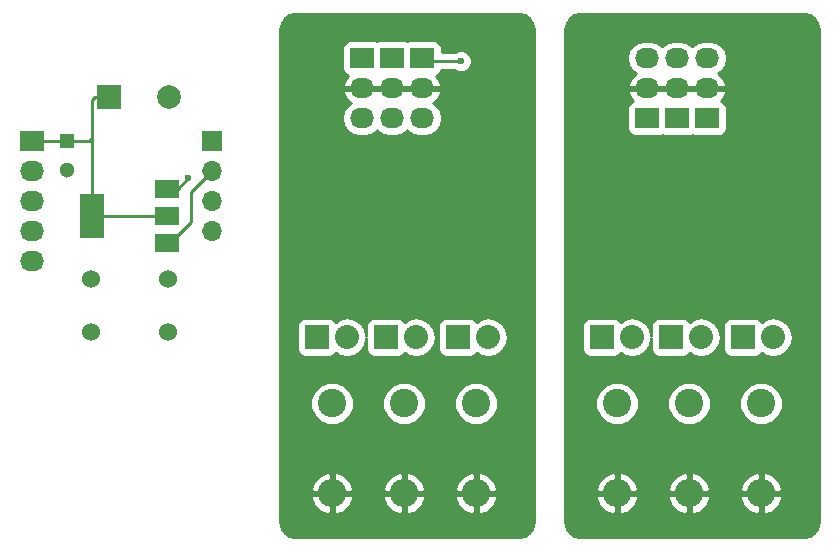
<source format=gbr>
G04 #@! TF.FileFunction,Copper,L2,Bot,Signal*
%FSLAX46Y46*%
G04 Gerber Fmt 4.6, Leading zero omitted, Abs format (unit mm)*
G04 Created by KiCad (PCBNEW 4.0.6) date Thursday, July 20, 2017 'AMt' 10:41:19 AM*
%MOMM*%
%LPD*%
G01*
G04 APERTURE LIST*
%ADD10C,0.100000*%
%ADD11C,2.400000*%
%ADD12O,2.400000X2.400000*%
%ADD13R,2.032000X2.032000*%
%ADD14O,2.032000X2.032000*%
%ADD15R,2.032000X1.727200*%
%ADD16O,2.032000X1.727200*%
%ADD17R,2.000000X2.000000*%
%ADD18C,2.000000*%
%ADD19R,1.300000X1.300000*%
%ADD20C,1.300000*%
%ADD21R,1.700000X1.700000*%
%ADD22O,1.700000X1.700000*%
%ADD23R,2.000000X3.800000*%
%ADD24R,2.000000X1.500000*%
%ADD25C,1.524000*%
%ADD26C,0.600000*%
%ADD27C,0.250000*%
%ADD28C,0.254000*%
G04 APERTURE END LIST*
D10*
D11*
X190220600Y-129692400D03*
D12*
X190220600Y-137312400D03*
D11*
X196316600Y-129692400D03*
D12*
X196316600Y-137312400D03*
D13*
X194792600Y-124104400D03*
D14*
X197332600Y-124104400D03*
D11*
X202412600Y-129692400D03*
D12*
X202412600Y-137312400D03*
D13*
X200888600Y-124104400D03*
D14*
X203428600Y-124104400D03*
D15*
X197840600Y-105562400D03*
D16*
X197840600Y-103022400D03*
X197840600Y-100482400D03*
D15*
X192760600Y-105562400D03*
D16*
X192760600Y-103022400D03*
X192760600Y-100482400D03*
D15*
X195300600Y-105562400D03*
D16*
X195300600Y-103022400D03*
X195300600Y-100482400D03*
D13*
X188950600Y-124104400D03*
D14*
X191490600Y-124104400D03*
D17*
X147247600Y-103784400D03*
D18*
X152247600Y-103784400D03*
D19*
X143611600Y-107467400D03*
D20*
X143611600Y-109967400D03*
D21*
X155930600Y-107467400D03*
D22*
X155930600Y-110007400D03*
X155930600Y-112547400D03*
X155930600Y-115087400D03*
D23*
X145795600Y-113817400D03*
D24*
X152095600Y-113817400D03*
X152095600Y-116117400D03*
X152095600Y-111517400D03*
D13*
X164820600Y-124104400D03*
D14*
X167360600Y-124104400D03*
D13*
X170662600Y-124104400D03*
D14*
X173202600Y-124104400D03*
D13*
X176758600Y-124104400D03*
D14*
X179298600Y-124104400D03*
D15*
X168630600Y-100482400D03*
D16*
X168630600Y-103022400D03*
X168630600Y-105562400D03*
D15*
X171170600Y-100482400D03*
D16*
X171170600Y-103022400D03*
X171170600Y-105562400D03*
D15*
X173710600Y-100482400D03*
D16*
X173710600Y-103022400D03*
X173710600Y-105562400D03*
D11*
X166090600Y-129692400D03*
D12*
X166090600Y-137312400D03*
D11*
X172186600Y-129692400D03*
D12*
X172186600Y-137312400D03*
D11*
X178282600Y-129692400D03*
D12*
X178282600Y-137312400D03*
D15*
X140690600Y-107467400D03*
D16*
X140690600Y-110007400D03*
X140690600Y-112547400D03*
X140690600Y-115087400D03*
X140690600Y-117627400D03*
D25*
X145695600Y-119187400D03*
X145695600Y-123687400D03*
X152195600Y-123687400D03*
X152195600Y-119187400D03*
D26*
X153898600Y-110642400D03*
X177012600Y-100736400D03*
D27*
X143611600Y-107467400D02*
X142711600Y-107467400D01*
X142711600Y-107467400D02*
X140690600Y-107467400D01*
X145795600Y-107213400D02*
X145795600Y-103986400D01*
X145541600Y-107467400D02*
X143611600Y-107467400D01*
X145795600Y-113817400D02*
X145795600Y-107213400D01*
X145795600Y-107213400D02*
X145541600Y-107467400D01*
X145795600Y-103986400D02*
X145997600Y-103784400D01*
X145997600Y-103784400D02*
X147247600Y-103784400D01*
X152095600Y-113817400D02*
X145795600Y-113817400D01*
X152095600Y-111517400D02*
X153023600Y-111517400D01*
X153023600Y-111517400D02*
X153898600Y-110642400D01*
X198094600Y-100736400D02*
X197840600Y-100482400D01*
X177012600Y-100736400D02*
X173964600Y-100736400D01*
X173964600Y-100736400D02*
X173710600Y-100482400D01*
X155930600Y-110007400D02*
X154152600Y-111785400D01*
X154152600Y-111785400D02*
X154152600Y-114310400D01*
X154152600Y-114310400D02*
X152345600Y-116117400D01*
X152345600Y-116117400D02*
X152095600Y-116117400D01*
D28*
G36*
X182417584Y-96851215D02*
X182800757Y-97107244D01*
X183056785Y-97490415D01*
X183160600Y-98012331D01*
X183160600Y-139782469D01*
X183056785Y-140304385D01*
X182800757Y-140687556D01*
X182417584Y-140943585D01*
X181895669Y-141047400D01*
X162985531Y-141047400D01*
X162463615Y-140943585D01*
X162080444Y-140687557D01*
X161824415Y-140304384D01*
X161720600Y-139782469D01*
X161720600Y-137724207D01*
X164302397Y-137724207D01*
X164596108Y-138377176D01*
X165117342Y-138868042D01*
X165678795Y-139100595D01*
X165963600Y-138983832D01*
X165963600Y-137439400D01*
X166217600Y-137439400D01*
X166217600Y-138983832D01*
X166502405Y-139100595D01*
X167063858Y-138868042D01*
X167585092Y-138377176D01*
X167878803Y-137724207D01*
X170398397Y-137724207D01*
X170692108Y-138377176D01*
X171213342Y-138868042D01*
X171774795Y-139100595D01*
X172059600Y-138983832D01*
X172059600Y-137439400D01*
X172313600Y-137439400D01*
X172313600Y-138983832D01*
X172598405Y-139100595D01*
X173159858Y-138868042D01*
X173681092Y-138377176D01*
X173974803Y-137724207D01*
X176494397Y-137724207D01*
X176788108Y-138377176D01*
X177309342Y-138868042D01*
X177870795Y-139100595D01*
X178155600Y-138983832D01*
X178155600Y-137439400D01*
X178409600Y-137439400D01*
X178409600Y-138983832D01*
X178694405Y-139100595D01*
X179255858Y-138868042D01*
X179777092Y-138377176D01*
X180070803Y-137724207D01*
X179954458Y-137439400D01*
X178409600Y-137439400D01*
X178155600Y-137439400D01*
X176610742Y-137439400D01*
X176494397Y-137724207D01*
X173974803Y-137724207D01*
X173858458Y-137439400D01*
X172313600Y-137439400D01*
X172059600Y-137439400D01*
X170514742Y-137439400D01*
X170398397Y-137724207D01*
X167878803Y-137724207D01*
X167762458Y-137439400D01*
X166217600Y-137439400D01*
X165963600Y-137439400D01*
X164418742Y-137439400D01*
X164302397Y-137724207D01*
X161720600Y-137724207D01*
X161720600Y-136900593D01*
X164302397Y-136900593D01*
X164418742Y-137185400D01*
X165963600Y-137185400D01*
X165963600Y-135640968D01*
X166217600Y-135640968D01*
X166217600Y-137185400D01*
X167762458Y-137185400D01*
X167878803Y-136900593D01*
X170398397Y-136900593D01*
X170514742Y-137185400D01*
X172059600Y-137185400D01*
X172059600Y-135640968D01*
X172313600Y-135640968D01*
X172313600Y-137185400D01*
X173858458Y-137185400D01*
X173974803Y-136900593D01*
X176494397Y-136900593D01*
X176610742Y-137185400D01*
X178155600Y-137185400D01*
X178155600Y-135640968D01*
X178409600Y-135640968D01*
X178409600Y-137185400D01*
X179954458Y-137185400D01*
X180070803Y-136900593D01*
X179777092Y-136247624D01*
X179255858Y-135756758D01*
X178694405Y-135524205D01*
X178409600Y-135640968D01*
X178155600Y-135640968D01*
X177870795Y-135524205D01*
X177309342Y-135756758D01*
X176788108Y-136247624D01*
X176494397Y-136900593D01*
X173974803Y-136900593D01*
X173681092Y-136247624D01*
X173159858Y-135756758D01*
X172598405Y-135524205D01*
X172313600Y-135640968D01*
X172059600Y-135640968D01*
X171774795Y-135524205D01*
X171213342Y-135756758D01*
X170692108Y-136247624D01*
X170398397Y-136900593D01*
X167878803Y-136900593D01*
X167585092Y-136247624D01*
X167063858Y-135756758D01*
X166502405Y-135524205D01*
X166217600Y-135640968D01*
X165963600Y-135640968D01*
X165678795Y-135524205D01*
X165117342Y-135756758D01*
X164596108Y-136247624D01*
X164302397Y-136900593D01*
X161720600Y-136900593D01*
X161720600Y-130055803D01*
X164255282Y-130055803D01*
X164534055Y-130730486D01*
X165049799Y-131247130D01*
X165723995Y-131527081D01*
X166454003Y-131527718D01*
X167128686Y-131248945D01*
X167645330Y-130733201D01*
X167925281Y-130059005D01*
X167925283Y-130055803D01*
X170351282Y-130055803D01*
X170630055Y-130730486D01*
X171145799Y-131247130D01*
X171819995Y-131527081D01*
X172550003Y-131527718D01*
X173224686Y-131248945D01*
X173741330Y-130733201D01*
X174021281Y-130059005D01*
X174021283Y-130055803D01*
X176447282Y-130055803D01*
X176726055Y-130730486D01*
X177241799Y-131247130D01*
X177915995Y-131527081D01*
X178646003Y-131527718D01*
X179320686Y-131248945D01*
X179837330Y-130733201D01*
X180117281Y-130059005D01*
X180117918Y-129328997D01*
X179839145Y-128654314D01*
X179323401Y-128137670D01*
X178649205Y-127857719D01*
X177919197Y-127857082D01*
X177244514Y-128135855D01*
X176727870Y-128651599D01*
X176447919Y-129325795D01*
X176447282Y-130055803D01*
X174021283Y-130055803D01*
X174021918Y-129328997D01*
X173743145Y-128654314D01*
X173227401Y-128137670D01*
X172553205Y-127857719D01*
X171823197Y-127857082D01*
X171148514Y-128135855D01*
X170631870Y-128651599D01*
X170351919Y-129325795D01*
X170351282Y-130055803D01*
X167925283Y-130055803D01*
X167925918Y-129328997D01*
X167647145Y-128654314D01*
X167131401Y-128137670D01*
X166457205Y-127857719D01*
X165727197Y-127857082D01*
X165052514Y-128135855D01*
X164535870Y-128651599D01*
X164255919Y-129325795D01*
X164255282Y-130055803D01*
X161720600Y-130055803D01*
X161720600Y-123088400D01*
X163157160Y-123088400D01*
X163157160Y-125120400D01*
X163201438Y-125355717D01*
X163340510Y-125571841D01*
X163552710Y-125716831D01*
X163804600Y-125767840D01*
X165836600Y-125767840D01*
X166071917Y-125723562D01*
X166288041Y-125584490D01*
X166389798Y-125435563D01*
X166728790Y-125662070D01*
X167360600Y-125787745D01*
X167992410Y-125662070D01*
X168528033Y-125304178D01*
X168885925Y-124768555D01*
X168999160Y-124199285D01*
X168999160Y-125120400D01*
X169043438Y-125355717D01*
X169182510Y-125571841D01*
X169394710Y-125716831D01*
X169646600Y-125767840D01*
X171678600Y-125767840D01*
X171913917Y-125723562D01*
X172130041Y-125584490D01*
X172231798Y-125435563D01*
X172570790Y-125662070D01*
X173202600Y-125787745D01*
X173834410Y-125662070D01*
X174370033Y-125304178D01*
X174727925Y-124768555D01*
X174853600Y-124136745D01*
X174853600Y-124072055D01*
X174727925Y-123440245D01*
X174492830Y-123088400D01*
X175095160Y-123088400D01*
X175095160Y-125120400D01*
X175139438Y-125355717D01*
X175278510Y-125571841D01*
X175490710Y-125716831D01*
X175742600Y-125767840D01*
X177774600Y-125767840D01*
X178009917Y-125723562D01*
X178226041Y-125584490D01*
X178327798Y-125435563D01*
X178666790Y-125662070D01*
X179298600Y-125787745D01*
X179930410Y-125662070D01*
X180466033Y-125304178D01*
X180823925Y-124768555D01*
X180949600Y-124136745D01*
X180949600Y-124072055D01*
X180823925Y-123440245D01*
X180466033Y-122904622D01*
X179930410Y-122546730D01*
X179298600Y-122421055D01*
X178666790Y-122546730D01*
X178326808Y-122773899D01*
X178238690Y-122636959D01*
X178026490Y-122491969D01*
X177774600Y-122440960D01*
X175742600Y-122440960D01*
X175507283Y-122485238D01*
X175291159Y-122624310D01*
X175146169Y-122836510D01*
X175095160Y-123088400D01*
X174492830Y-123088400D01*
X174370033Y-122904622D01*
X173834410Y-122546730D01*
X173202600Y-122421055D01*
X172570790Y-122546730D01*
X172230808Y-122773899D01*
X172142690Y-122636959D01*
X171930490Y-122491969D01*
X171678600Y-122440960D01*
X169646600Y-122440960D01*
X169411283Y-122485238D01*
X169195159Y-122624310D01*
X169050169Y-122836510D01*
X168999160Y-123088400D01*
X168999160Y-124009515D01*
X168885925Y-123440245D01*
X168528033Y-122904622D01*
X167992410Y-122546730D01*
X167360600Y-122421055D01*
X166728790Y-122546730D01*
X166388808Y-122773899D01*
X166300690Y-122636959D01*
X166088490Y-122491969D01*
X165836600Y-122440960D01*
X163804600Y-122440960D01*
X163569283Y-122485238D01*
X163353159Y-122624310D01*
X163208169Y-122836510D01*
X163157160Y-123088400D01*
X161720600Y-123088400D01*
X161720600Y-105562400D01*
X166947255Y-105562400D01*
X167061329Y-106135889D01*
X167386185Y-106622070D01*
X167872366Y-106946926D01*
X168445855Y-107061000D01*
X168815345Y-107061000D01*
X169388834Y-106946926D01*
X169875015Y-106622070D01*
X169900600Y-106583779D01*
X169926185Y-106622070D01*
X170412366Y-106946926D01*
X170985855Y-107061000D01*
X171355345Y-107061000D01*
X171928834Y-106946926D01*
X172415015Y-106622070D01*
X172440600Y-106583779D01*
X172466185Y-106622070D01*
X172952366Y-106946926D01*
X173525855Y-107061000D01*
X173895345Y-107061000D01*
X174468834Y-106946926D01*
X174955015Y-106622070D01*
X175279871Y-106135889D01*
X175393945Y-105562400D01*
X175279871Y-104988911D01*
X174955015Y-104502730D01*
X174645531Y-104295939D01*
X175061332Y-103924436D01*
X175315309Y-103397191D01*
X175317958Y-103381426D01*
X175196817Y-103149400D01*
X173837600Y-103149400D01*
X173837600Y-103169400D01*
X173583600Y-103169400D01*
X173583600Y-103149400D01*
X171297600Y-103149400D01*
X171297600Y-103169400D01*
X171043600Y-103169400D01*
X171043600Y-103149400D01*
X168757600Y-103149400D01*
X168757600Y-103169400D01*
X168503600Y-103169400D01*
X168503600Y-103149400D01*
X167144383Y-103149400D01*
X167023242Y-103381426D01*
X167025891Y-103397191D01*
X167279868Y-103924436D01*
X167695669Y-104295939D01*
X167386185Y-104502730D01*
X167061329Y-104988911D01*
X166947255Y-105562400D01*
X161720600Y-105562400D01*
X161720600Y-99618800D01*
X166967160Y-99618800D01*
X166967160Y-101346000D01*
X167011438Y-101581317D01*
X167150510Y-101797441D01*
X167362710Y-101942431D01*
X167457527Y-101961632D01*
X167279868Y-102120364D01*
X167025891Y-102647609D01*
X167023242Y-102663374D01*
X167144383Y-102895400D01*
X168503600Y-102895400D01*
X168503600Y-102875400D01*
X168757600Y-102875400D01*
X168757600Y-102895400D01*
X171043600Y-102895400D01*
X171043600Y-102875400D01*
X171297600Y-102875400D01*
X171297600Y-102895400D01*
X173583600Y-102895400D01*
X173583600Y-102875400D01*
X173837600Y-102875400D01*
X173837600Y-102895400D01*
X175196817Y-102895400D01*
X175317958Y-102663374D01*
X175315309Y-102647609D01*
X175061332Y-102120364D01*
X174885755Y-101963493D01*
X174961917Y-101949162D01*
X175178041Y-101810090D01*
X175323031Y-101597890D01*
X175343583Y-101496400D01*
X176450137Y-101496400D01*
X176482273Y-101528592D01*
X176825801Y-101671238D01*
X177197767Y-101671562D01*
X177541543Y-101529517D01*
X177804792Y-101266727D01*
X177947438Y-100923199D01*
X177947762Y-100551233D01*
X177805717Y-100207457D01*
X177542927Y-99944208D01*
X177199399Y-99801562D01*
X176827433Y-99801238D01*
X176483657Y-99943283D01*
X176450482Y-99976400D01*
X175374040Y-99976400D01*
X175374040Y-99618800D01*
X175329762Y-99383483D01*
X175190690Y-99167359D01*
X174978490Y-99022369D01*
X174726600Y-98971360D01*
X172694600Y-98971360D01*
X172459283Y-99015638D01*
X172443501Y-99025793D01*
X172438490Y-99022369D01*
X172186600Y-98971360D01*
X170154600Y-98971360D01*
X169919283Y-99015638D01*
X169903501Y-99025793D01*
X169898490Y-99022369D01*
X169646600Y-98971360D01*
X167614600Y-98971360D01*
X167379283Y-99015638D01*
X167163159Y-99154710D01*
X167018169Y-99366910D01*
X166967160Y-99618800D01*
X161720600Y-99618800D01*
X161720600Y-98012331D01*
X161824415Y-97490416D01*
X162080444Y-97107243D01*
X162463615Y-96851215D01*
X162985531Y-96747400D01*
X181895669Y-96747400D01*
X182417584Y-96851215D01*
X182417584Y-96851215D01*
G37*
X182417584Y-96851215D02*
X182800757Y-97107244D01*
X183056785Y-97490415D01*
X183160600Y-98012331D01*
X183160600Y-139782469D01*
X183056785Y-140304385D01*
X182800757Y-140687556D01*
X182417584Y-140943585D01*
X181895669Y-141047400D01*
X162985531Y-141047400D01*
X162463615Y-140943585D01*
X162080444Y-140687557D01*
X161824415Y-140304384D01*
X161720600Y-139782469D01*
X161720600Y-137724207D01*
X164302397Y-137724207D01*
X164596108Y-138377176D01*
X165117342Y-138868042D01*
X165678795Y-139100595D01*
X165963600Y-138983832D01*
X165963600Y-137439400D01*
X166217600Y-137439400D01*
X166217600Y-138983832D01*
X166502405Y-139100595D01*
X167063858Y-138868042D01*
X167585092Y-138377176D01*
X167878803Y-137724207D01*
X170398397Y-137724207D01*
X170692108Y-138377176D01*
X171213342Y-138868042D01*
X171774795Y-139100595D01*
X172059600Y-138983832D01*
X172059600Y-137439400D01*
X172313600Y-137439400D01*
X172313600Y-138983832D01*
X172598405Y-139100595D01*
X173159858Y-138868042D01*
X173681092Y-138377176D01*
X173974803Y-137724207D01*
X176494397Y-137724207D01*
X176788108Y-138377176D01*
X177309342Y-138868042D01*
X177870795Y-139100595D01*
X178155600Y-138983832D01*
X178155600Y-137439400D01*
X178409600Y-137439400D01*
X178409600Y-138983832D01*
X178694405Y-139100595D01*
X179255858Y-138868042D01*
X179777092Y-138377176D01*
X180070803Y-137724207D01*
X179954458Y-137439400D01*
X178409600Y-137439400D01*
X178155600Y-137439400D01*
X176610742Y-137439400D01*
X176494397Y-137724207D01*
X173974803Y-137724207D01*
X173858458Y-137439400D01*
X172313600Y-137439400D01*
X172059600Y-137439400D01*
X170514742Y-137439400D01*
X170398397Y-137724207D01*
X167878803Y-137724207D01*
X167762458Y-137439400D01*
X166217600Y-137439400D01*
X165963600Y-137439400D01*
X164418742Y-137439400D01*
X164302397Y-137724207D01*
X161720600Y-137724207D01*
X161720600Y-136900593D01*
X164302397Y-136900593D01*
X164418742Y-137185400D01*
X165963600Y-137185400D01*
X165963600Y-135640968D01*
X166217600Y-135640968D01*
X166217600Y-137185400D01*
X167762458Y-137185400D01*
X167878803Y-136900593D01*
X170398397Y-136900593D01*
X170514742Y-137185400D01*
X172059600Y-137185400D01*
X172059600Y-135640968D01*
X172313600Y-135640968D01*
X172313600Y-137185400D01*
X173858458Y-137185400D01*
X173974803Y-136900593D01*
X176494397Y-136900593D01*
X176610742Y-137185400D01*
X178155600Y-137185400D01*
X178155600Y-135640968D01*
X178409600Y-135640968D01*
X178409600Y-137185400D01*
X179954458Y-137185400D01*
X180070803Y-136900593D01*
X179777092Y-136247624D01*
X179255858Y-135756758D01*
X178694405Y-135524205D01*
X178409600Y-135640968D01*
X178155600Y-135640968D01*
X177870795Y-135524205D01*
X177309342Y-135756758D01*
X176788108Y-136247624D01*
X176494397Y-136900593D01*
X173974803Y-136900593D01*
X173681092Y-136247624D01*
X173159858Y-135756758D01*
X172598405Y-135524205D01*
X172313600Y-135640968D01*
X172059600Y-135640968D01*
X171774795Y-135524205D01*
X171213342Y-135756758D01*
X170692108Y-136247624D01*
X170398397Y-136900593D01*
X167878803Y-136900593D01*
X167585092Y-136247624D01*
X167063858Y-135756758D01*
X166502405Y-135524205D01*
X166217600Y-135640968D01*
X165963600Y-135640968D01*
X165678795Y-135524205D01*
X165117342Y-135756758D01*
X164596108Y-136247624D01*
X164302397Y-136900593D01*
X161720600Y-136900593D01*
X161720600Y-130055803D01*
X164255282Y-130055803D01*
X164534055Y-130730486D01*
X165049799Y-131247130D01*
X165723995Y-131527081D01*
X166454003Y-131527718D01*
X167128686Y-131248945D01*
X167645330Y-130733201D01*
X167925281Y-130059005D01*
X167925283Y-130055803D01*
X170351282Y-130055803D01*
X170630055Y-130730486D01*
X171145799Y-131247130D01*
X171819995Y-131527081D01*
X172550003Y-131527718D01*
X173224686Y-131248945D01*
X173741330Y-130733201D01*
X174021281Y-130059005D01*
X174021283Y-130055803D01*
X176447282Y-130055803D01*
X176726055Y-130730486D01*
X177241799Y-131247130D01*
X177915995Y-131527081D01*
X178646003Y-131527718D01*
X179320686Y-131248945D01*
X179837330Y-130733201D01*
X180117281Y-130059005D01*
X180117918Y-129328997D01*
X179839145Y-128654314D01*
X179323401Y-128137670D01*
X178649205Y-127857719D01*
X177919197Y-127857082D01*
X177244514Y-128135855D01*
X176727870Y-128651599D01*
X176447919Y-129325795D01*
X176447282Y-130055803D01*
X174021283Y-130055803D01*
X174021918Y-129328997D01*
X173743145Y-128654314D01*
X173227401Y-128137670D01*
X172553205Y-127857719D01*
X171823197Y-127857082D01*
X171148514Y-128135855D01*
X170631870Y-128651599D01*
X170351919Y-129325795D01*
X170351282Y-130055803D01*
X167925283Y-130055803D01*
X167925918Y-129328997D01*
X167647145Y-128654314D01*
X167131401Y-128137670D01*
X166457205Y-127857719D01*
X165727197Y-127857082D01*
X165052514Y-128135855D01*
X164535870Y-128651599D01*
X164255919Y-129325795D01*
X164255282Y-130055803D01*
X161720600Y-130055803D01*
X161720600Y-123088400D01*
X163157160Y-123088400D01*
X163157160Y-125120400D01*
X163201438Y-125355717D01*
X163340510Y-125571841D01*
X163552710Y-125716831D01*
X163804600Y-125767840D01*
X165836600Y-125767840D01*
X166071917Y-125723562D01*
X166288041Y-125584490D01*
X166389798Y-125435563D01*
X166728790Y-125662070D01*
X167360600Y-125787745D01*
X167992410Y-125662070D01*
X168528033Y-125304178D01*
X168885925Y-124768555D01*
X168999160Y-124199285D01*
X168999160Y-125120400D01*
X169043438Y-125355717D01*
X169182510Y-125571841D01*
X169394710Y-125716831D01*
X169646600Y-125767840D01*
X171678600Y-125767840D01*
X171913917Y-125723562D01*
X172130041Y-125584490D01*
X172231798Y-125435563D01*
X172570790Y-125662070D01*
X173202600Y-125787745D01*
X173834410Y-125662070D01*
X174370033Y-125304178D01*
X174727925Y-124768555D01*
X174853600Y-124136745D01*
X174853600Y-124072055D01*
X174727925Y-123440245D01*
X174492830Y-123088400D01*
X175095160Y-123088400D01*
X175095160Y-125120400D01*
X175139438Y-125355717D01*
X175278510Y-125571841D01*
X175490710Y-125716831D01*
X175742600Y-125767840D01*
X177774600Y-125767840D01*
X178009917Y-125723562D01*
X178226041Y-125584490D01*
X178327798Y-125435563D01*
X178666790Y-125662070D01*
X179298600Y-125787745D01*
X179930410Y-125662070D01*
X180466033Y-125304178D01*
X180823925Y-124768555D01*
X180949600Y-124136745D01*
X180949600Y-124072055D01*
X180823925Y-123440245D01*
X180466033Y-122904622D01*
X179930410Y-122546730D01*
X179298600Y-122421055D01*
X178666790Y-122546730D01*
X178326808Y-122773899D01*
X178238690Y-122636959D01*
X178026490Y-122491969D01*
X177774600Y-122440960D01*
X175742600Y-122440960D01*
X175507283Y-122485238D01*
X175291159Y-122624310D01*
X175146169Y-122836510D01*
X175095160Y-123088400D01*
X174492830Y-123088400D01*
X174370033Y-122904622D01*
X173834410Y-122546730D01*
X173202600Y-122421055D01*
X172570790Y-122546730D01*
X172230808Y-122773899D01*
X172142690Y-122636959D01*
X171930490Y-122491969D01*
X171678600Y-122440960D01*
X169646600Y-122440960D01*
X169411283Y-122485238D01*
X169195159Y-122624310D01*
X169050169Y-122836510D01*
X168999160Y-123088400D01*
X168999160Y-124009515D01*
X168885925Y-123440245D01*
X168528033Y-122904622D01*
X167992410Y-122546730D01*
X167360600Y-122421055D01*
X166728790Y-122546730D01*
X166388808Y-122773899D01*
X166300690Y-122636959D01*
X166088490Y-122491969D01*
X165836600Y-122440960D01*
X163804600Y-122440960D01*
X163569283Y-122485238D01*
X163353159Y-122624310D01*
X163208169Y-122836510D01*
X163157160Y-123088400D01*
X161720600Y-123088400D01*
X161720600Y-105562400D01*
X166947255Y-105562400D01*
X167061329Y-106135889D01*
X167386185Y-106622070D01*
X167872366Y-106946926D01*
X168445855Y-107061000D01*
X168815345Y-107061000D01*
X169388834Y-106946926D01*
X169875015Y-106622070D01*
X169900600Y-106583779D01*
X169926185Y-106622070D01*
X170412366Y-106946926D01*
X170985855Y-107061000D01*
X171355345Y-107061000D01*
X171928834Y-106946926D01*
X172415015Y-106622070D01*
X172440600Y-106583779D01*
X172466185Y-106622070D01*
X172952366Y-106946926D01*
X173525855Y-107061000D01*
X173895345Y-107061000D01*
X174468834Y-106946926D01*
X174955015Y-106622070D01*
X175279871Y-106135889D01*
X175393945Y-105562400D01*
X175279871Y-104988911D01*
X174955015Y-104502730D01*
X174645531Y-104295939D01*
X175061332Y-103924436D01*
X175315309Y-103397191D01*
X175317958Y-103381426D01*
X175196817Y-103149400D01*
X173837600Y-103149400D01*
X173837600Y-103169400D01*
X173583600Y-103169400D01*
X173583600Y-103149400D01*
X171297600Y-103149400D01*
X171297600Y-103169400D01*
X171043600Y-103169400D01*
X171043600Y-103149400D01*
X168757600Y-103149400D01*
X168757600Y-103169400D01*
X168503600Y-103169400D01*
X168503600Y-103149400D01*
X167144383Y-103149400D01*
X167023242Y-103381426D01*
X167025891Y-103397191D01*
X167279868Y-103924436D01*
X167695669Y-104295939D01*
X167386185Y-104502730D01*
X167061329Y-104988911D01*
X166947255Y-105562400D01*
X161720600Y-105562400D01*
X161720600Y-99618800D01*
X166967160Y-99618800D01*
X166967160Y-101346000D01*
X167011438Y-101581317D01*
X167150510Y-101797441D01*
X167362710Y-101942431D01*
X167457527Y-101961632D01*
X167279868Y-102120364D01*
X167025891Y-102647609D01*
X167023242Y-102663374D01*
X167144383Y-102895400D01*
X168503600Y-102895400D01*
X168503600Y-102875400D01*
X168757600Y-102875400D01*
X168757600Y-102895400D01*
X171043600Y-102895400D01*
X171043600Y-102875400D01*
X171297600Y-102875400D01*
X171297600Y-102895400D01*
X173583600Y-102895400D01*
X173583600Y-102875400D01*
X173837600Y-102875400D01*
X173837600Y-102895400D01*
X175196817Y-102895400D01*
X175317958Y-102663374D01*
X175315309Y-102647609D01*
X175061332Y-102120364D01*
X174885755Y-101963493D01*
X174961917Y-101949162D01*
X175178041Y-101810090D01*
X175323031Y-101597890D01*
X175343583Y-101496400D01*
X176450137Y-101496400D01*
X176482273Y-101528592D01*
X176825801Y-101671238D01*
X177197767Y-101671562D01*
X177541543Y-101529517D01*
X177804792Y-101266727D01*
X177947438Y-100923199D01*
X177947762Y-100551233D01*
X177805717Y-100207457D01*
X177542927Y-99944208D01*
X177199399Y-99801562D01*
X176827433Y-99801238D01*
X176483657Y-99943283D01*
X176450482Y-99976400D01*
X175374040Y-99976400D01*
X175374040Y-99618800D01*
X175329762Y-99383483D01*
X175190690Y-99167359D01*
X174978490Y-99022369D01*
X174726600Y-98971360D01*
X172694600Y-98971360D01*
X172459283Y-99015638D01*
X172443501Y-99025793D01*
X172438490Y-99022369D01*
X172186600Y-98971360D01*
X170154600Y-98971360D01*
X169919283Y-99015638D01*
X169903501Y-99025793D01*
X169898490Y-99022369D01*
X169646600Y-98971360D01*
X167614600Y-98971360D01*
X167379283Y-99015638D01*
X167163159Y-99154710D01*
X167018169Y-99366910D01*
X166967160Y-99618800D01*
X161720600Y-99618800D01*
X161720600Y-98012331D01*
X161824415Y-97490416D01*
X162080444Y-97107243D01*
X162463615Y-96851215D01*
X162985531Y-96747400D01*
X181895669Y-96747400D01*
X182417584Y-96851215D01*
G36*
X206547584Y-96851215D02*
X206930757Y-97107244D01*
X207186785Y-97490415D01*
X207290600Y-98012331D01*
X207290600Y-139782469D01*
X207186785Y-140304385D01*
X206930757Y-140687556D01*
X206547584Y-140943585D01*
X206025669Y-141047400D01*
X187115531Y-141047400D01*
X186593615Y-140943585D01*
X186210444Y-140687557D01*
X185954415Y-140304384D01*
X185850600Y-139782469D01*
X185850600Y-137724207D01*
X188432397Y-137724207D01*
X188726108Y-138377176D01*
X189247342Y-138868042D01*
X189808795Y-139100595D01*
X190093600Y-138983832D01*
X190093600Y-137439400D01*
X190347600Y-137439400D01*
X190347600Y-138983832D01*
X190632405Y-139100595D01*
X191193858Y-138868042D01*
X191715092Y-138377176D01*
X192008803Y-137724207D01*
X194528397Y-137724207D01*
X194822108Y-138377176D01*
X195343342Y-138868042D01*
X195904795Y-139100595D01*
X196189600Y-138983832D01*
X196189600Y-137439400D01*
X196443600Y-137439400D01*
X196443600Y-138983832D01*
X196728405Y-139100595D01*
X197289858Y-138868042D01*
X197811092Y-138377176D01*
X198104803Y-137724207D01*
X200624397Y-137724207D01*
X200918108Y-138377176D01*
X201439342Y-138868042D01*
X202000795Y-139100595D01*
X202285600Y-138983832D01*
X202285600Y-137439400D01*
X202539600Y-137439400D01*
X202539600Y-138983832D01*
X202824405Y-139100595D01*
X203385858Y-138868042D01*
X203907092Y-138377176D01*
X204200803Y-137724207D01*
X204084458Y-137439400D01*
X202539600Y-137439400D01*
X202285600Y-137439400D01*
X200740742Y-137439400D01*
X200624397Y-137724207D01*
X198104803Y-137724207D01*
X197988458Y-137439400D01*
X196443600Y-137439400D01*
X196189600Y-137439400D01*
X194644742Y-137439400D01*
X194528397Y-137724207D01*
X192008803Y-137724207D01*
X191892458Y-137439400D01*
X190347600Y-137439400D01*
X190093600Y-137439400D01*
X188548742Y-137439400D01*
X188432397Y-137724207D01*
X185850600Y-137724207D01*
X185850600Y-136900593D01*
X188432397Y-136900593D01*
X188548742Y-137185400D01*
X190093600Y-137185400D01*
X190093600Y-135640968D01*
X190347600Y-135640968D01*
X190347600Y-137185400D01*
X191892458Y-137185400D01*
X192008803Y-136900593D01*
X194528397Y-136900593D01*
X194644742Y-137185400D01*
X196189600Y-137185400D01*
X196189600Y-135640968D01*
X196443600Y-135640968D01*
X196443600Y-137185400D01*
X197988458Y-137185400D01*
X198104803Y-136900593D01*
X200624397Y-136900593D01*
X200740742Y-137185400D01*
X202285600Y-137185400D01*
X202285600Y-135640968D01*
X202539600Y-135640968D01*
X202539600Y-137185400D01*
X204084458Y-137185400D01*
X204200803Y-136900593D01*
X203907092Y-136247624D01*
X203385858Y-135756758D01*
X202824405Y-135524205D01*
X202539600Y-135640968D01*
X202285600Y-135640968D01*
X202000795Y-135524205D01*
X201439342Y-135756758D01*
X200918108Y-136247624D01*
X200624397Y-136900593D01*
X198104803Y-136900593D01*
X197811092Y-136247624D01*
X197289858Y-135756758D01*
X196728405Y-135524205D01*
X196443600Y-135640968D01*
X196189600Y-135640968D01*
X195904795Y-135524205D01*
X195343342Y-135756758D01*
X194822108Y-136247624D01*
X194528397Y-136900593D01*
X192008803Y-136900593D01*
X191715092Y-136247624D01*
X191193858Y-135756758D01*
X190632405Y-135524205D01*
X190347600Y-135640968D01*
X190093600Y-135640968D01*
X189808795Y-135524205D01*
X189247342Y-135756758D01*
X188726108Y-136247624D01*
X188432397Y-136900593D01*
X185850600Y-136900593D01*
X185850600Y-130055803D01*
X188385282Y-130055803D01*
X188664055Y-130730486D01*
X189179799Y-131247130D01*
X189853995Y-131527081D01*
X190584003Y-131527718D01*
X191258686Y-131248945D01*
X191775330Y-130733201D01*
X192055281Y-130059005D01*
X192055283Y-130055803D01*
X194481282Y-130055803D01*
X194760055Y-130730486D01*
X195275799Y-131247130D01*
X195949995Y-131527081D01*
X196680003Y-131527718D01*
X197354686Y-131248945D01*
X197871330Y-130733201D01*
X198151281Y-130059005D01*
X198151283Y-130055803D01*
X200577282Y-130055803D01*
X200856055Y-130730486D01*
X201371799Y-131247130D01*
X202045995Y-131527081D01*
X202776003Y-131527718D01*
X203450686Y-131248945D01*
X203967330Y-130733201D01*
X204247281Y-130059005D01*
X204247918Y-129328997D01*
X203969145Y-128654314D01*
X203453401Y-128137670D01*
X202779205Y-127857719D01*
X202049197Y-127857082D01*
X201374514Y-128135855D01*
X200857870Y-128651599D01*
X200577919Y-129325795D01*
X200577282Y-130055803D01*
X198151283Y-130055803D01*
X198151918Y-129328997D01*
X197873145Y-128654314D01*
X197357401Y-128137670D01*
X196683205Y-127857719D01*
X195953197Y-127857082D01*
X195278514Y-128135855D01*
X194761870Y-128651599D01*
X194481919Y-129325795D01*
X194481282Y-130055803D01*
X192055283Y-130055803D01*
X192055918Y-129328997D01*
X191777145Y-128654314D01*
X191261401Y-128137670D01*
X190587205Y-127857719D01*
X189857197Y-127857082D01*
X189182514Y-128135855D01*
X188665870Y-128651599D01*
X188385919Y-129325795D01*
X188385282Y-130055803D01*
X185850600Y-130055803D01*
X185850600Y-123088400D01*
X187287160Y-123088400D01*
X187287160Y-125120400D01*
X187331438Y-125355717D01*
X187470510Y-125571841D01*
X187682710Y-125716831D01*
X187934600Y-125767840D01*
X189966600Y-125767840D01*
X190201917Y-125723562D01*
X190418041Y-125584490D01*
X190519798Y-125435563D01*
X190858790Y-125662070D01*
X191490600Y-125787745D01*
X192122410Y-125662070D01*
X192658033Y-125304178D01*
X193015925Y-124768555D01*
X193129160Y-124199285D01*
X193129160Y-125120400D01*
X193173438Y-125355717D01*
X193312510Y-125571841D01*
X193524710Y-125716831D01*
X193776600Y-125767840D01*
X195808600Y-125767840D01*
X196043917Y-125723562D01*
X196260041Y-125584490D01*
X196361798Y-125435563D01*
X196700790Y-125662070D01*
X197332600Y-125787745D01*
X197964410Y-125662070D01*
X198500033Y-125304178D01*
X198857925Y-124768555D01*
X198983600Y-124136745D01*
X198983600Y-124072055D01*
X198857925Y-123440245D01*
X198622830Y-123088400D01*
X199225160Y-123088400D01*
X199225160Y-125120400D01*
X199269438Y-125355717D01*
X199408510Y-125571841D01*
X199620710Y-125716831D01*
X199872600Y-125767840D01*
X201904600Y-125767840D01*
X202139917Y-125723562D01*
X202356041Y-125584490D01*
X202457798Y-125435563D01*
X202796790Y-125662070D01*
X203428600Y-125787745D01*
X204060410Y-125662070D01*
X204596033Y-125304178D01*
X204953925Y-124768555D01*
X205079600Y-124136745D01*
X205079600Y-124072055D01*
X204953925Y-123440245D01*
X204596033Y-122904622D01*
X204060410Y-122546730D01*
X203428600Y-122421055D01*
X202796790Y-122546730D01*
X202456808Y-122773899D01*
X202368690Y-122636959D01*
X202156490Y-122491969D01*
X201904600Y-122440960D01*
X199872600Y-122440960D01*
X199637283Y-122485238D01*
X199421159Y-122624310D01*
X199276169Y-122836510D01*
X199225160Y-123088400D01*
X198622830Y-123088400D01*
X198500033Y-122904622D01*
X197964410Y-122546730D01*
X197332600Y-122421055D01*
X196700790Y-122546730D01*
X196360808Y-122773899D01*
X196272690Y-122636959D01*
X196060490Y-122491969D01*
X195808600Y-122440960D01*
X193776600Y-122440960D01*
X193541283Y-122485238D01*
X193325159Y-122624310D01*
X193180169Y-122836510D01*
X193129160Y-123088400D01*
X193129160Y-124009515D01*
X193015925Y-123440245D01*
X192658033Y-122904622D01*
X192122410Y-122546730D01*
X191490600Y-122421055D01*
X190858790Y-122546730D01*
X190518808Y-122773899D01*
X190430690Y-122636959D01*
X190218490Y-122491969D01*
X189966600Y-122440960D01*
X187934600Y-122440960D01*
X187699283Y-122485238D01*
X187483159Y-122624310D01*
X187338169Y-122836510D01*
X187287160Y-123088400D01*
X185850600Y-123088400D01*
X185850600Y-104698800D01*
X191097160Y-104698800D01*
X191097160Y-106426000D01*
X191141438Y-106661317D01*
X191280510Y-106877441D01*
X191492710Y-107022431D01*
X191744600Y-107073440D01*
X193776600Y-107073440D01*
X194011917Y-107029162D01*
X194027699Y-107019007D01*
X194032710Y-107022431D01*
X194284600Y-107073440D01*
X196316600Y-107073440D01*
X196551917Y-107029162D01*
X196567699Y-107019007D01*
X196572710Y-107022431D01*
X196824600Y-107073440D01*
X198856600Y-107073440D01*
X199091917Y-107029162D01*
X199308041Y-106890090D01*
X199453031Y-106677890D01*
X199504040Y-106426000D01*
X199504040Y-104698800D01*
X199459762Y-104463483D01*
X199320690Y-104247359D01*
X199108490Y-104102369D01*
X199013673Y-104083168D01*
X199191332Y-103924436D01*
X199445309Y-103397191D01*
X199447958Y-103381426D01*
X199326817Y-103149400D01*
X197967600Y-103149400D01*
X197967600Y-103169400D01*
X197713600Y-103169400D01*
X197713600Y-103149400D01*
X195427600Y-103149400D01*
X195427600Y-103169400D01*
X195173600Y-103169400D01*
X195173600Y-103149400D01*
X192887600Y-103149400D01*
X192887600Y-103169400D01*
X192633600Y-103169400D01*
X192633600Y-103149400D01*
X191274383Y-103149400D01*
X191153242Y-103381426D01*
X191155891Y-103397191D01*
X191409868Y-103924436D01*
X191585445Y-104081307D01*
X191509283Y-104095638D01*
X191293159Y-104234710D01*
X191148169Y-104446910D01*
X191097160Y-104698800D01*
X185850600Y-104698800D01*
X185850600Y-100482400D01*
X191077255Y-100482400D01*
X191191329Y-101055889D01*
X191516185Y-101542070D01*
X191825669Y-101748861D01*
X191409868Y-102120364D01*
X191155891Y-102647609D01*
X191153242Y-102663374D01*
X191274383Y-102895400D01*
X192633600Y-102895400D01*
X192633600Y-102875400D01*
X192887600Y-102875400D01*
X192887600Y-102895400D01*
X195173600Y-102895400D01*
X195173600Y-102875400D01*
X195427600Y-102875400D01*
X195427600Y-102895400D01*
X197713600Y-102895400D01*
X197713600Y-102875400D01*
X197967600Y-102875400D01*
X197967600Y-102895400D01*
X199326817Y-102895400D01*
X199447958Y-102663374D01*
X199445309Y-102647609D01*
X199191332Y-102120364D01*
X198775531Y-101748861D01*
X199085015Y-101542070D01*
X199409871Y-101055889D01*
X199523945Y-100482400D01*
X199409871Y-99908911D01*
X199085015Y-99422730D01*
X198598834Y-99097874D01*
X198025345Y-98983800D01*
X197655855Y-98983800D01*
X197082366Y-99097874D01*
X196596185Y-99422730D01*
X196570600Y-99461021D01*
X196545015Y-99422730D01*
X196058834Y-99097874D01*
X195485345Y-98983800D01*
X195115855Y-98983800D01*
X194542366Y-99097874D01*
X194056185Y-99422730D01*
X194030600Y-99461021D01*
X194005015Y-99422730D01*
X193518834Y-99097874D01*
X192945345Y-98983800D01*
X192575855Y-98983800D01*
X192002366Y-99097874D01*
X191516185Y-99422730D01*
X191191329Y-99908911D01*
X191077255Y-100482400D01*
X185850600Y-100482400D01*
X185850600Y-98012331D01*
X185954415Y-97490416D01*
X186210444Y-97107243D01*
X186593615Y-96851215D01*
X187115531Y-96747400D01*
X206025669Y-96747400D01*
X206547584Y-96851215D01*
X206547584Y-96851215D01*
G37*
X206547584Y-96851215D02*
X206930757Y-97107244D01*
X207186785Y-97490415D01*
X207290600Y-98012331D01*
X207290600Y-139782469D01*
X207186785Y-140304385D01*
X206930757Y-140687556D01*
X206547584Y-140943585D01*
X206025669Y-141047400D01*
X187115531Y-141047400D01*
X186593615Y-140943585D01*
X186210444Y-140687557D01*
X185954415Y-140304384D01*
X185850600Y-139782469D01*
X185850600Y-137724207D01*
X188432397Y-137724207D01*
X188726108Y-138377176D01*
X189247342Y-138868042D01*
X189808795Y-139100595D01*
X190093600Y-138983832D01*
X190093600Y-137439400D01*
X190347600Y-137439400D01*
X190347600Y-138983832D01*
X190632405Y-139100595D01*
X191193858Y-138868042D01*
X191715092Y-138377176D01*
X192008803Y-137724207D01*
X194528397Y-137724207D01*
X194822108Y-138377176D01*
X195343342Y-138868042D01*
X195904795Y-139100595D01*
X196189600Y-138983832D01*
X196189600Y-137439400D01*
X196443600Y-137439400D01*
X196443600Y-138983832D01*
X196728405Y-139100595D01*
X197289858Y-138868042D01*
X197811092Y-138377176D01*
X198104803Y-137724207D01*
X200624397Y-137724207D01*
X200918108Y-138377176D01*
X201439342Y-138868042D01*
X202000795Y-139100595D01*
X202285600Y-138983832D01*
X202285600Y-137439400D01*
X202539600Y-137439400D01*
X202539600Y-138983832D01*
X202824405Y-139100595D01*
X203385858Y-138868042D01*
X203907092Y-138377176D01*
X204200803Y-137724207D01*
X204084458Y-137439400D01*
X202539600Y-137439400D01*
X202285600Y-137439400D01*
X200740742Y-137439400D01*
X200624397Y-137724207D01*
X198104803Y-137724207D01*
X197988458Y-137439400D01*
X196443600Y-137439400D01*
X196189600Y-137439400D01*
X194644742Y-137439400D01*
X194528397Y-137724207D01*
X192008803Y-137724207D01*
X191892458Y-137439400D01*
X190347600Y-137439400D01*
X190093600Y-137439400D01*
X188548742Y-137439400D01*
X188432397Y-137724207D01*
X185850600Y-137724207D01*
X185850600Y-136900593D01*
X188432397Y-136900593D01*
X188548742Y-137185400D01*
X190093600Y-137185400D01*
X190093600Y-135640968D01*
X190347600Y-135640968D01*
X190347600Y-137185400D01*
X191892458Y-137185400D01*
X192008803Y-136900593D01*
X194528397Y-136900593D01*
X194644742Y-137185400D01*
X196189600Y-137185400D01*
X196189600Y-135640968D01*
X196443600Y-135640968D01*
X196443600Y-137185400D01*
X197988458Y-137185400D01*
X198104803Y-136900593D01*
X200624397Y-136900593D01*
X200740742Y-137185400D01*
X202285600Y-137185400D01*
X202285600Y-135640968D01*
X202539600Y-135640968D01*
X202539600Y-137185400D01*
X204084458Y-137185400D01*
X204200803Y-136900593D01*
X203907092Y-136247624D01*
X203385858Y-135756758D01*
X202824405Y-135524205D01*
X202539600Y-135640968D01*
X202285600Y-135640968D01*
X202000795Y-135524205D01*
X201439342Y-135756758D01*
X200918108Y-136247624D01*
X200624397Y-136900593D01*
X198104803Y-136900593D01*
X197811092Y-136247624D01*
X197289858Y-135756758D01*
X196728405Y-135524205D01*
X196443600Y-135640968D01*
X196189600Y-135640968D01*
X195904795Y-135524205D01*
X195343342Y-135756758D01*
X194822108Y-136247624D01*
X194528397Y-136900593D01*
X192008803Y-136900593D01*
X191715092Y-136247624D01*
X191193858Y-135756758D01*
X190632405Y-135524205D01*
X190347600Y-135640968D01*
X190093600Y-135640968D01*
X189808795Y-135524205D01*
X189247342Y-135756758D01*
X188726108Y-136247624D01*
X188432397Y-136900593D01*
X185850600Y-136900593D01*
X185850600Y-130055803D01*
X188385282Y-130055803D01*
X188664055Y-130730486D01*
X189179799Y-131247130D01*
X189853995Y-131527081D01*
X190584003Y-131527718D01*
X191258686Y-131248945D01*
X191775330Y-130733201D01*
X192055281Y-130059005D01*
X192055283Y-130055803D01*
X194481282Y-130055803D01*
X194760055Y-130730486D01*
X195275799Y-131247130D01*
X195949995Y-131527081D01*
X196680003Y-131527718D01*
X197354686Y-131248945D01*
X197871330Y-130733201D01*
X198151281Y-130059005D01*
X198151283Y-130055803D01*
X200577282Y-130055803D01*
X200856055Y-130730486D01*
X201371799Y-131247130D01*
X202045995Y-131527081D01*
X202776003Y-131527718D01*
X203450686Y-131248945D01*
X203967330Y-130733201D01*
X204247281Y-130059005D01*
X204247918Y-129328997D01*
X203969145Y-128654314D01*
X203453401Y-128137670D01*
X202779205Y-127857719D01*
X202049197Y-127857082D01*
X201374514Y-128135855D01*
X200857870Y-128651599D01*
X200577919Y-129325795D01*
X200577282Y-130055803D01*
X198151283Y-130055803D01*
X198151918Y-129328997D01*
X197873145Y-128654314D01*
X197357401Y-128137670D01*
X196683205Y-127857719D01*
X195953197Y-127857082D01*
X195278514Y-128135855D01*
X194761870Y-128651599D01*
X194481919Y-129325795D01*
X194481282Y-130055803D01*
X192055283Y-130055803D01*
X192055918Y-129328997D01*
X191777145Y-128654314D01*
X191261401Y-128137670D01*
X190587205Y-127857719D01*
X189857197Y-127857082D01*
X189182514Y-128135855D01*
X188665870Y-128651599D01*
X188385919Y-129325795D01*
X188385282Y-130055803D01*
X185850600Y-130055803D01*
X185850600Y-123088400D01*
X187287160Y-123088400D01*
X187287160Y-125120400D01*
X187331438Y-125355717D01*
X187470510Y-125571841D01*
X187682710Y-125716831D01*
X187934600Y-125767840D01*
X189966600Y-125767840D01*
X190201917Y-125723562D01*
X190418041Y-125584490D01*
X190519798Y-125435563D01*
X190858790Y-125662070D01*
X191490600Y-125787745D01*
X192122410Y-125662070D01*
X192658033Y-125304178D01*
X193015925Y-124768555D01*
X193129160Y-124199285D01*
X193129160Y-125120400D01*
X193173438Y-125355717D01*
X193312510Y-125571841D01*
X193524710Y-125716831D01*
X193776600Y-125767840D01*
X195808600Y-125767840D01*
X196043917Y-125723562D01*
X196260041Y-125584490D01*
X196361798Y-125435563D01*
X196700790Y-125662070D01*
X197332600Y-125787745D01*
X197964410Y-125662070D01*
X198500033Y-125304178D01*
X198857925Y-124768555D01*
X198983600Y-124136745D01*
X198983600Y-124072055D01*
X198857925Y-123440245D01*
X198622830Y-123088400D01*
X199225160Y-123088400D01*
X199225160Y-125120400D01*
X199269438Y-125355717D01*
X199408510Y-125571841D01*
X199620710Y-125716831D01*
X199872600Y-125767840D01*
X201904600Y-125767840D01*
X202139917Y-125723562D01*
X202356041Y-125584490D01*
X202457798Y-125435563D01*
X202796790Y-125662070D01*
X203428600Y-125787745D01*
X204060410Y-125662070D01*
X204596033Y-125304178D01*
X204953925Y-124768555D01*
X205079600Y-124136745D01*
X205079600Y-124072055D01*
X204953925Y-123440245D01*
X204596033Y-122904622D01*
X204060410Y-122546730D01*
X203428600Y-122421055D01*
X202796790Y-122546730D01*
X202456808Y-122773899D01*
X202368690Y-122636959D01*
X202156490Y-122491969D01*
X201904600Y-122440960D01*
X199872600Y-122440960D01*
X199637283Y-122485238D01*
X199421159Y-122624310D01*
X199276169Y-122836510D01*
X199225160Y-123088400D01*
X198622830Y-123088400D01*
X198500033Y-122904622D01*
X197964410Y-122546730D01*
X197332600Y-122421055D01*
X196700790Y-122546730D01*
X196360808Y-122773899D01*
X196272690Y-122636959D01*
X196060490Y-122491969D01*
X195808600Y-122440960D01*
X193776600Y-122440960D01*
X193541283Y-122485238D01*
X193325159Y-122624310D01*
X193180169Y-122836510D01*
X193129160Y-123088400D01*
X193129160Y-124009515D01*
X193015925Y-123440245D01*
X192658033Y-122904622D01*
X192122410Y-122546730D01*
X191490600Y-122421055D01*
X190858790Y-122546730D01*
X190518808Y-122773899D01*
X190430690Y-122636959D01*
X190218490Y-122491969D01*
X189966600Y-122440960D01*
X187934600Y-122440960D01*
X187699283Y-122485238D01*
X187483159Y-122624310D01*
X187338169Y-122836510D01*
X187287160Y-123088400D01*
X185850600Y-123088400D01*
X185850600Y-104698800D01*
X191097160Y-104698800D01*
X191097160Y-106426000D01*
X191141438Y-106661317D01*
X191280510Y-106877441D01*
X191492710Y-107022431D01*
X191744600Y-107073440D01*
X193776600Y-107073440D01*
X194011917Y-107029162D01*
X194027699Y-107019007D01*
X194032710Y-107022431D01*
X194284600Y-107073440D01*
X196316600Y-107073440D01*
X196551917Y-107029162D01*
X196567699Y-107019007D01*
X196572710Y-107022431D01*
X196824600Y-107073440D01*
X198856600Y-107073440D01*
X199091917Y-107029162D01*
X199308041Y-106890090D01*
X199453031Y-106677890D01*
X199504040Y-106426000D01*
X199504040Y-104698800D01*
X199459762Y-104463483D01*
X199320690Y-104247359D01*
X199108490Y-104102369D01*
X199013673Y-104083168D01*
X199191332Y-103924436D01*
X199445309Y-103397191D01*
X199447958Y-103381426D01*
X199326817Y-103149400D01*
X197967600Y-103149400D01*
X197967600Y-103169400D01*
X197713600Y-103169400D01*
X197713600Y-103149400D01*
X195427600Y-103149400D01*
X195427600Y-103169400D01*
X195173600Y-103169400D01*
X195173600Y-103149400D01*
X192887600Y-103149400D01*
X192887600Y-103169400D01*
X192633600Y-103169400D01*
X192633600Y-103149400D01*
X191274383Y-103149400D01*
X191153242Y-103381426D01*
X191155891Y-103397191D01*
X191409868Y-103924436D01*
X191585445Y-104081307D01*
X191509283Y-104095638D01*
X191293159Y-104234710D01*
X191148169Y-104446910D01*
X191097160Y-104698800D01*
X185850600Y-104698800D01*
X185850600Y-100482400D01*
X191077255Y-100482400D01*
X191191329Y-101055889D01*
X191516185Y-101542070D01*
X191825669Y-101748861D01*
X191409868Y-102120364D01*
X191155891Y-102647609D01*
X191153242Y-102663374D01*
X191274383Y-102895400D01*
X192633600Y-102895400D01*
X192633600Y-102875400D01*
X192887600Y-102875400D01*
X192887600Y-102895400D01*
X195173600Y-102895400D01*
X195173600Y-102875400D01*
X195427600Y-102875400D01*
X195427600Y-102895400D01*
X197713600Y-102895400D01*
X197713600Y-102875400D01*
X197967600Y-102875400D01*
X197967600Y-102895400D01*
X199326817Y-102895400D01*
X199447958Y-102663374D01*
X199445309Y-102647609D01*
X199191332Y-102120364D01*
X198775531Y-101748861D01*
X199085015Y-101542070D01*
X199409871Y-101055889D01*
X199523945Y-100482400D01*
X199409871Y-99908911D01*
X199085015Y-99422730D01*
X198598834Y-99097874D01*
X198025345Y-98983800D01*
X197655855Y-98983800D01*
X197082366Y-99097874D01*
X196596185Y-99422730D01*
X196570600Y-99461021D01*
X196545015Y-99422730D01*
X196058834Y-99097874D01*
X195485345Y-98983800D01*
X195115855Y-98983800D01*
X194542366Y-99097874D01*
X194056185Y-99422730D01*
X194030600Y-99461021D01*
X194005015Y-99422730D01*
X193518834Y-99097874D01*
X192945345Y-98983800D01*
X192575855Y-98983800D01*
X192002366Y-99097874D01*
X191516185Y-99422730D01*
X191191329Y-99908911D01*
X191077255Y-100482400D01*
X185850600Y-100482400D01*
X185850600Y-98012331D01*
X185954415Y-97490416D01*
X186210444Y-97107243D01*
X186593615Y-96851215D01*
X187115531Y-96747400D01*
X206025669Y-96747400D01*
X206547584Y-96851215D01*
M02*

</source>
